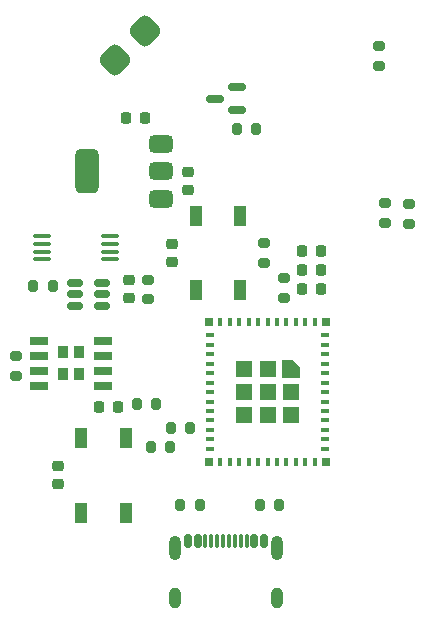
<source format=gbr>
%TF.GenerationSoftware,KiCad,Pcbnew,8.0.4*%
%TF.CreationDate,2024-08-11T09:47:25+05:30*%
%TF.ProjectId,Wrkshp_PCB_test,57726b73-6870-45f5-9043-425f74657374,rev?*%
%TF.SameCoordinates,Original*%
%TF.FileFunction,Paste,Top*%
%TF.FilePolarity,Positive*%
%FSLAX46Y46*%
G04 Gerber Fmt 4.6, Leading zero omitted, Abs format (unit mm)*
G04 Created by KiCad (PCBNEW 8.0.4) date 2024-08-11 09:47:25*
%MOMM*%
%LPD*%
G01*
G04 APERTURE LIST*
G04 Aperture macros list*
%AMRoundRect*
0 Rectangle with rounded corners*
0 $1 Rounding radius*
0 $2 $3 $4 $5 $6 $7 $8 $9 X,Y pos of 4 corners*
0 Add a 4 corners polygon primitive as box body*
4,1,4,$2,$3,$4,$5,$6,$7,$8,$9,$2,$3,0*
0 Add four circle primitives for the rounded corners*
1,1,$1+$1,$2,$3*
1,1,$1+$1,$4,$5*
1,1,$1+$1,$6,$7*
1,1,$1+$1,$8,$9*
0 Add four rect primitives between the rounded corners*
20,1,$1+$1,$2,$3,$4,$5,0*
20,1,$1+$1,$4,$5,$6,$7,0*
20,1,$1+$1,$6,$7,$8,$9,0*
20,1,$1+$1,$8,$9,$2,$3,0*%
G04 Aperture macros list end*
%ADD10C,0.010000*%
%ADD11RoundRect,0.200000X0.275000X-0.200000X0.275000X0.200000X-0.275000X0.200000X-0.275000X-0.200000X0*%
%ADD12RoundRect,0.550000X-0.777817X0.000000X0.000000X-0.777817X0.777817X0.000000X0.000000X0.777817X0*%
%ADD13RoundRect,0.375000X0.625000X0.375000X-0.625000X0.375000X-0.625000X-0.375000X0.625000X-0.375000X0*%
%ADD14RoundRect,0.500000X0.500000X1.400000X-0.500000X1.400000X-0.500000X-1.400000X0.500000X-1.400000X0*%
%ADD15RoundRect,0.200000X0.200000X0.275000X-0.200000X0.275000X-0.200000X-0.275000X0.200000X-0.275000X0*%
%ADD16RoundRect,0.200000X-0.200000X-0.275000X0.200000X-0.275000X0.200000X0.275000X-0.200000X0.275000X0*%
%ADD17R,0.400000X0.800000*%
%ADD18R,0.800000X0.400000*%
%ADD19R,1.450000X1.450000*%
%ADD20R,0.700000X0.700000*%
%ADD21RoundRect,0.225000X0.250000X-0.225000X0.250000X0.225000X-0.250000X0.225000X-0.250000X-0.225000X0*%
%ADD22RoundRect,0.200000X-0.275000X0.200000X-0.275000X-0.200000X0.275000X-0.200000X0.275000X0.200000X0*%
%ADD23R,1.000000X1.700000*%
%ADD24RoundRect,0.150000X-0.512500X-0.150000X0.512500X-0.150000X0.512500X0.150000X-0.512500X0.150000X0*%
%ADD25R,1.500000X0.650000*%
%ADD26R,0.810000X1.080000*%
%ADD27RoundRect,0.225000X-0.225000X-0.250000X0.225000X-0.250000X0.225000X0.250000X-0.225000X0.250000X0*%
%ADD28RoundRect,0.100000X0.637500X0.100000X-0.637500X0.100000X-0.637500X-0.100000X0.637500X-0.100000X0*%
%ADD29RoundRect,0.225000X-0.250000X0.225000X-0.250000X-0.225000X0.250000X-0.225000X0.250000X0.225000X0*%
%ADD30RoundRect,0.225000X0.225000X0.250000X-0.225000X0.250000X-0.225000X-0.250000X0.225000X-0.250000X0*%
%ADD31RoundRect,0.150000X-0.150000X-0.425000X0.150000X-0.425000X0.150000X0.425000X-0.150000X0.425000X0*%
%ADD32RoundRect,0.075000X-0.075000X-0.500000X0.075000X-0.500000X0.075000X0.500000X-0.075000X0.500000X0*%
%ADD33O,1.000000X2.100000*%
%ADD34O,1.000000X1.800000*%
%ADD35RoundRect,0.150000X0.587500X0.150000X-0.587500X0.150000X-0.587500X-0.150000X0.587500X-0.150000X0*%
G04 APERTURE END LIST*
D10*
%TO.C,U1*%
X149410000Y-97333800D02*
X149410000Y-98183800D01*
X147960000Y-98183800D01*
X147960000Y-96733800D01*
X148810000Y-96733800D01*
X149410000Y-97333800D01*
G36*
X149410000Y-97333800D02*
G01*
X149410000Y-98183800D01*
X147960000Y-98183800D01*
X147960000Y-96733800D01*
X148810000Y-96733800D01*
X149410000Y-97333800D01*
G37*
%TD*%
D11*
%TO.C,R10*%
X156108400Y-71792600D03*
X156108400Y-70142600D03*
%TD*%
D12*
%TO.C,BT1*%
X136309036Y-68821364D03*
X133794564Y-71335836D03*
%TD*%
D11*
%TO.C,R5*%
X125389000Y-98038900D03*
X125389000Y-96388900D03*
%TD*%
D13*
%TO.C,U2*%
X137719200Y-83046600D03*
X137719200Y-80746600D03*
D14*
X131419200Y-80746600D03*
D13*
X137719200Y-78446600D03*
%TD*%
D15*
%TO.C,R1*%
X140956800Y-108991400D03*
X139306800Y-108991400D03*
%TD*%
D16*
%TO.C,R2*%
X146037800Y-108991400D03*
X147687800Y-108991400D03*
%TD*%
D17*
%TO.C,U1*%
X150710000Y-93533800D03*
X149910000Y-93533800D03*
X149110000Y-93533800D03*
X148310000Y-93533800D03*
X147510000Y-93533800D03*
X146710000Y-93533800D03*
X145910000Y-93533800D03*
X145110000Y-93533800D03*
X144310000Y-93533800D03*
X143510000Y-93533800D03*
X142710000Y-93533800D03*
D18*
X141810000Y-94633800D03*
X141810000Y-95433800D03*
X141810000Y-96233800D03*
X141810000Y-97033800D03*
X141810000Y-97833800D03*
X141810000Y-98633800D03*
X141810000Y-99433800D03*
X141810000Y-100233800D03*
X141810000Y-101033800D03*
X141810000Y-101833800D03*
X141810000Y-102633800D03*
X141810000Y-103433800D03*
X141810000Y-104233800D03*
D17*
X142710000Y-105333800D03*
X143510000Y-105333800D03*
X144310000Y-105333800D03*
X145110000Y-105333800D03*
X145910000Y-105333800D03*
X146710000Y-105333800D03*
X147510000Y-105333800D03*
X148310000Y-105333800D03*
X149110000Y-105333800D03*
X149910000Y-105333800D03*
X150710000Y-105333800D03*
D18*
X151610000Y-104233800D03*
X151610000Y-103433800D03*
X151610000Y-102633800D03*
X151610000Y-101833800D03*
X151610000Y-101033800D03*
X151610000Y-100233800D03*
X151610000Y-99433800D03*
X151610000Y-98633800D03*
X151610000Y-97833800D03*
X151610000Y-97033800D03*
X151610000Y-96233800D03*
X151610000Y-95433800D03*
X151610000Y-94633800D03*
D19*
X146710000Y-97458800D03*
X144735000Y-97458800D03*
X148685000Y-99433800D03*
X146710000Y-99433800D03*
X144735000Y-99433800D03*
X148685000Y-101408800D03*
X146710000Y-101408800D03*
X144735000Y-101408800D03*
D20*
X151660000Y-105383800D03*
X141760000Y-105383800D03*
X141760000Y-93483800D03*
X151660000Y-93483800D03*
%TD*%
D21*
%TO.C,C5*%
X128955800Y-107251800D03*
X128955800Y-105701800D03*
%TD*%
D22*
%TO.C,R4*%
X136550400Y-89916800D03*
X136550400Y-91566800D03*
%TD*%
D23*
%TO.C,SW3*%
X130891200Y-109626800D03*
X130891200Y-103326800D03*
X134691200Y-109626800D03*
X134691200Y-103326800D03*
%TD*%
D24*
%TO.C,U3*%
X130378200Y-90200400D03*
X130378200Y-91150400D03*
X130378200Y-92100400D03*
X132653200Y-92100400D03*
X132653200Y-91150400D03*
X132653200Y-90200400D03*
%TD*%
D25*
%TO.C,U4*%
X127337200Y-95061200D03*
X127337200Y-96331200D03*
X127337200Y-97601200D03*
X127337200Y-98871200D03*
X132737200Y-98871200D03*
X132737200Y-97601200D03*
X132737200Y-96331200D03*
X132737200Y-95061200D03*
D26*
X129362200Y-96066200D03*
X129362200Y-97866200D03*
X130712200Y-96066200D03*
X130712200Y-97866200D03*
%TD*%
D15*
%TO.C,R14*%
X138493000Y-104114600D03*
X136843000Y-104114600D03*
%TD*%
D23*
%TO.C,SW2*%
X140619400Y-90805400D03*
X140619400Y-84505400D03*
X144419400Y-90805400D03*
X144419400Y-84505400D03*
%TD*%
D27*
%TO.C,C7*%
X149643800Y-89103200D03*
X151193800Y-89103200D03*
%TD*%
D22*
%TO.C,R8*%
X156641800Y-83426800D03*
X156641800Y-85076800D03*
%TD*%
D28*
%TO.C,Q2*%
X133367700Y-88198600D03*
X133367700Y-87548600D03*
X133367700Y-86898600D03*
X133367700Y-86248600D03*
X127642700Y-86248600D03*
X127642700Y-86898600D03*
X127642700Y-87548600D03*
X127642700Y-88198600D03*
%TD*%
D29*
%TO.C,C2*%
X140004800Y-80784400D03*
X140004800Y-82334400D03*
%TD*%
D16*
%TO.C,R3*%
X144082000Y-77139800D03*
X145732000Y-77139800D03*
%TD*%
D15*
%TO.C,R7*%
X128536200Y-90449400D03*
X126886200Y-90449400D03*
%TD*%
D21*
%TO.C,C3*%
X134950200Y-91503800D03*
X134950200Y-89953800D03*
%TD*%
D11*
%TO.C,R13*%
X146398600Y-88490800D03*
X146398600Y-86840800D03*
%TD*%
D30*
%TO.C,C9*%
X134010400Y-100660200D03*
X132460400Y-100660200D03*
%TD*%
D15*
%TO.C,R15*%
X137299200Y-100457000D03*
X135649200Y-100457000D03*
%TD*%
D16*
%TO.C,R11*%
X138494000Y-102438200D03*
X140144000Y-102438200D03*
%TD*%
D27*
%TO.C,C8*%
X149643800Y-90728800D03*
X151193800Y-90728800D03*
%TD*%
%TO.C,C6*%
X149643800Y-87452200D03*
X151193800Y-87452200D03*
%TD*%
D31*
%TO.C,J1*%
X139979800Y-112067800D03*
X140779800Y-112067800D03*
D32*
X141929800Y-112067800D03*
X142929800Y-112067800D03*
X143429800Y-112067800D03*
X144429800Y-112067800D03*
D31*
X145579800Y-112067800D03*
X146379800Y-112067800D03*
X146379800Y-112067800D03*
X145579800Y-112067800D03*
D32*
X144929800Y-112067800D03*
X143929800Y-112067800D03*
X142429800Y-112067800D03*
X141429800Y-112067800D03*
D31*
X140779800Y-112067800D03*
X139979800Y-112067800D03*
D33*
X138859800Y-112642800D03*
D34*
X138859800Y-116822800D03*
D33*
X147499800Y-112642800D03*
D34*
X147499800Y-116822800D03*
%TD*%
D22*
%TO.C,R12*%
X148082000Y-89802200D03*
X148082000Y-91452200D03*
%TD*%
%TO.C,R9*%
X158648400Y-83528400D03*
X158648400Y-85178400D03*
%TD*%
D35*
%TO.C,Q1*%
X144117300Y-75525000D03*
X144117300Y-73625000D03*
X142242300Y-74575000D03*
%TD*%
D30*
%TO.C,C1*%
X136309400Y-76250800D03*
X134759400Y-76250800D03*
%TD*%
D21*
%TO.C,C4*%
X138626200Y-88440800D03*
X138626200Y-86890800D03*
%TD*%
M02*

</source>
